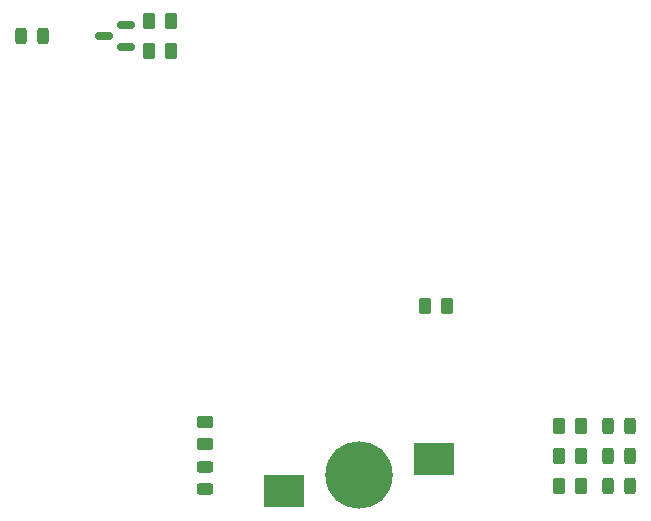
<source format=gbr>
%TF.GenerationSoftware,KiCad,Pcbnew,(6.0.4)*%
%TF.CreationDate,2023-04-26T13:38:39-05:00*%
%TF.ProjectId,Modulo de Practicas uPy,4d6f6475-6c6f-4206-9465-205072616374,rev?*%
%TF.SameCoordinates,Original*%
%TF.FileFunction,Paste,Top*%
%TF.FilePolarity,Positive*%
%FSLAX46Y46*%
G04 Gerber Fmt 4.6, Leading zero omitted, Abs format (unit mm)*
G04 Created by KiCad (PCBNEW (6.0.4)) date 2023-04-26 13:38:39*
%MOMM*%
%LPD*%
G01*
G04 APERTURE LIST*
G04 Aperture macros list*
%AMRoundRect*
0 Rectangle with rounded corners*
0 $1 Rounding radius*
0 $2 $3 $4 $5 $6 $7 $8 $9 X,Y pos of 4 corners*
0 Add a 4 corners polygon primitive as box body*
4,1,4,$2,$3,$4,$5,$6,$7,$8,$9,$2,$3,0*
0 Add four circle primitives for the rounded corners*
1,1,$1+$1,$2,$3*
1,1,$1+$1,$4,$5*
1,1,$1+$1,$6,$7*
1,1,$1+$1,$8,$9*
0 Add four rect primitives between the rounded corners*
20,1,$1+$1,$2,$3,$4,$5,0*
20,1,$1+$1,$4,$5,$6,$7,0*
20,1,$1+$1,$6,$7,$8,$9,0*
20,1,$1+$1,$8,$9,$2,$3,0*%
G04 Aperture macros list end*
%ADD10RoundRect,0.250000X0.262500X0.450000X-0.262500X0.450000X-0.262500X-0.450000X0.262500X-0.450000X0*%
%ADD11RoundRect,0.243750X-0.243750X-0.456250X0.243750X-0.456250X0.243750X0.456250X-0.243750X0.456250X0*%
%ADD12RoundRect,0.150000X0.587500X0.150000X-0.587500X0.150000X-0.587500X-0.150000X0.587500X-0.150000X0*%
%ADD13RoundRect,0.250000X-0.262500X-0.450000X0.262500X-0.450000X0.262500X0.450000X-0.262500X0.450000X0*%
%ADD14R,3.500000X2.700000*%
%ADD15C,5.700000*%
%ADD16RoundRect,0.243750X-0.456250X0.243750X-0.456250X-0.243750X0.456250X-0.243750X0.456250X0.243750X0*%
%ADD17RoundRect,0.250000X0.450000X-0.262500X0.450000X0.262500X-0.450000X0.262500X-0.450000X-0.262500X0*%
G04 APERTURE END LIST*
D10*
%TO.C,R5*%
X146137500Y-104140000D03*
X144312500Y-104140000D03*
%TD*%
D11*
%TO.C,D6*%
X148414500Y-109220000D03*
X150289500Y-109220000D03*
%TD*%
D12*
%TO.C,Q2*%
X107617500Y-72070000D03*
X107617500Y-70170000D03*
X105742500Y-71120000D03*
%TD*%
D11*
%TO.C,D2*%
X98757500Y-71120000D03*
X100632500Y-71120000D03*
%TD*%
D13*
%TO.C,R3*%
X109577500Y-72390000D03*
X111402500Y-72390000D03*
%TD*%
D14*
%TO.C,D1*%
X121031000Y-109655600D03*
X133731000Y-106955600D03*
D15*
X127381000Y-108305600D03*
%TD*%
D10*
%TO.C,R7*%
X146137500Y-109220000D03*
X144312500Y-109220000D03*
%TD*%
%TO.C,R6*%
X146137500Y-106680000D03*
X144312500Y-106680000D03*
%TD*%
D11*
%TO.C,D4*%
X148414500Y-104140000D03*
X150289500Y-104140000D03*
%TD*%
D16*
%TO.C,D3*%
X114300000Y-107647500D03*
X114300000Y-109522500D03*
%TD*%
D11*
%TO.C,D5*%
X148414500Y-106680000D03*
X150289500Y-106680000D03*
%TD*%
D13*
%TO.C,R4*%
X109577500Y-69850000D03*
X111402500Y-69850000D03*
%TD*%
D17*
%TO.C,R2*%
X114300000Y-105687500D03*
X114300000Y-103862500D03*
%TD*%
D13*
%TO.C,R1*%
X132970900Y-94005400D03*
X134795900Y-94005400D03*
%TD*%
M02*

</source>
